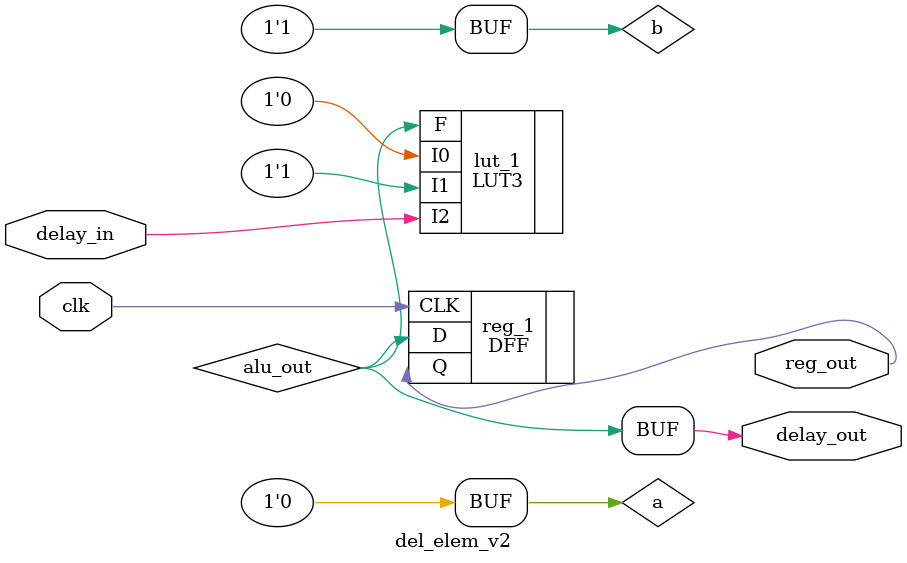
<source format=v>
module del_elem_v2(
    input clk,
    input delay_in,
    output delay_out,
    output reg_out
);

wire a, b, start, alu_out /* synthesis syn_keep=1 */;

assign a = 0;
assign b = 1;
assign delay_out = alu_out;


LUT3 lut_1(
    .I0(a),
    .I1(b),
    .I2(delay_in),
    .F(alu_out)
);

DFF reg_1(
    .D(alu_out),
    .CLK(clk),
    .Q(reg_out)
)/*synthesis syn_noprune=1*/;

defparam lut_1.INIT=8'hE0;
defparam reg_1.INIT=1'b0;

endmodule
</source>
